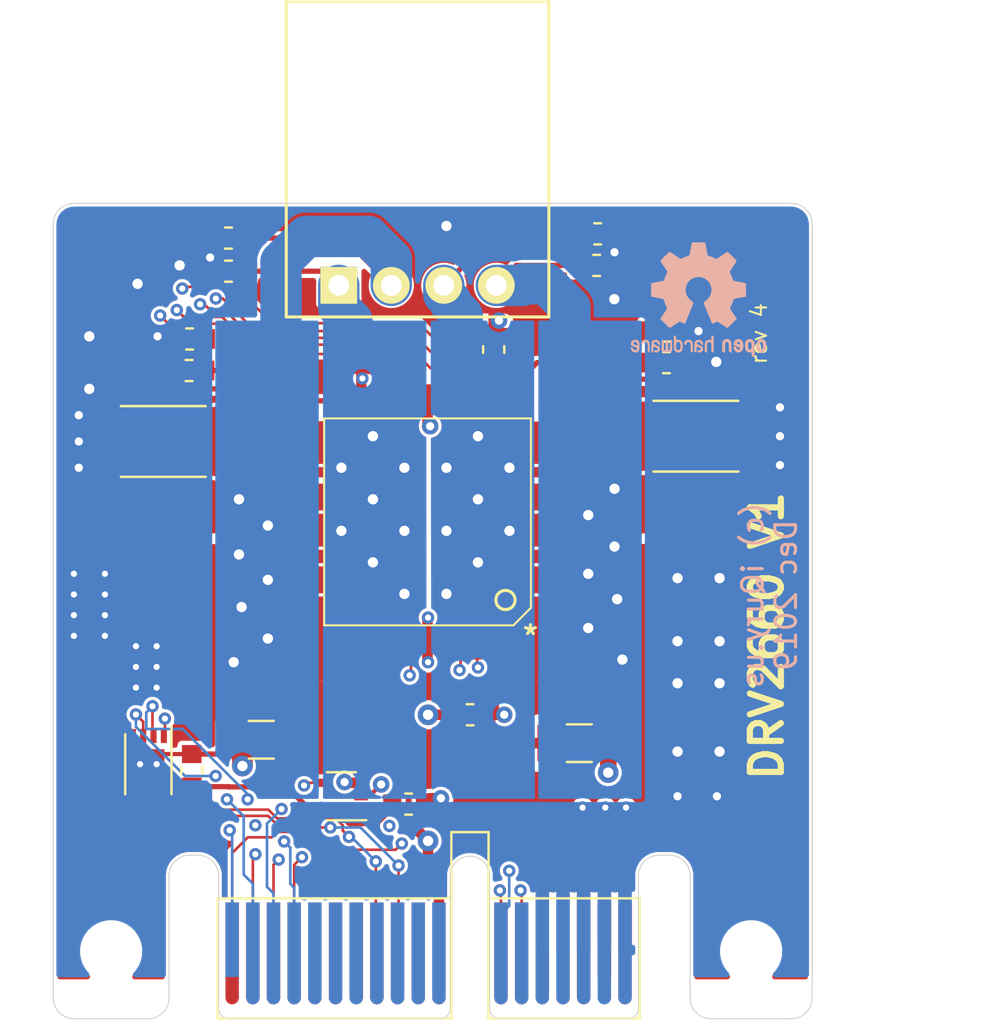
<source format=kicad_pcb>
(kicad_pcb (version 20191123) (host pcbnew "5.99.0-unknown-d20d310~86~ubuntu19.10.1")
  (layers (0 "F.Cu" signal) (1 "In1.Cu" signal) (2 "In2.Cu" signal) (31 "B.Cu" signal) (34 "B.Paste" user) (35 "F.Paste" user) (36 "B.SilkS" user) (37 "F.SilkS" user) (38 "B.Mask" user) (39 "F.Mask" user) (44 "Edge.Cuts" user))
  (net 0 "")
  (net 1 "/V_MOTORS")
  (net 2 "GND")
  (net 3 "Net-(C4-Pad2)")
  (net 4 "Net-(C5-Pad2)")
  (net 5 "Net-(C7-Pad1)")
  (net 6 "/MOTA1")
  (net 7 "/MOTA2")
  (net 8 "/MOTB1")
  (net 9 "/MOTB2")
  (net 10 "Net-(C12-Pad1)")
  (net 11 "/MISO")
  (net 12 "/MOSI")
  (net 13 "/~CS")
  (net 14 "/~ENABLE")
  (net 15 "/DIR")
  (net 16 "/STEP")
  (net 17 "Net-(R1-Pad2)")
  (net 18 "Net-(R3-Pad2)")
  (net 19 "/SCK")
  (net 20 "/ALARM1")
  (net 21 "VCC")
  (net 22 "/DIAG")
  (net 23 "/ID_1")
  (net 24 "/ID_2")
  (net 25 "/ID_0")
  (net 26 "/SDA")
  (net 27 "/SCL")
  (module "PrntrBoardV2:TDFN-8-1EP_3x2mm_P0.5mm_EP1.56x1.45mm" (layer "F.Cu") (at 113.6 101.7 -90)
    (fp_text reference "U3" hide)
    (fp_text value "24LC02")
    (pad "9" smd rect (at 0 0 270) (size 1.45 1.56) (layers "F.Cu" "F.Mask") (net 2 "GND"))
    (pad "5" smd rect (at 1.36 0.75 270) (size 0.68 0.3) (layers "F.Cu" "F.Paste" "F.Mask") (net 26 "/SDA"))
    (pad "6" smd rect (at 1.36 0.25 270) (size 0.68 0.3) (layers "F.Cu" "F.Paste" "F.Mask") (net 27 "/SCL"))
    (pad "7" smd rect (at 1.36 -0.25 270) (size 0.68 0.3) (layers "F.Cu" "F.Paste" "F.Mask") (net 2 "GND"))
    (pad "8" smd rect (at 1.36 -0.75 270) (size 0.68 0.3) (layers "F.Cu" "F.Paste" "F.Mask") (net 21 "VCC"))
    (pad "4" smd rect (at -1.36 0.75 270) (size 0.68 0.3) (layers "F.Cu" "F.Paste" "F.Mask") (net 2 "GND"))
    (pad "3" smd rect (at -1.36 0.25 270) (size 0.68 0.3) (layers "F.Cu" "F.Paste" "F.Mask") (net 24 "/ID_2"))
    (pad "2" smd rect (at -1.36 -0.25 270) (size 0.68 0.3) (layers "F.Cu" "F.Paste" "F.Mask") (net 23 "/ID_1"))
    (pad "1" smd rect (at -1.36 -0.75 270) (size 0.68 0.3) (layers "F.Cu" "F.Paste" "F.Mask") (net 25 "/ID_0"))
  )
  (module "PrntrBoardV2:C_0603_1608Metric" (layer "F.Cu") (at 115.7 102 90)
    (fp_text reference "C14" hide)
    (fp_text value "0.1uF")
    (pad "2" smd rect (at 0.7875 0 90) (size 0.875 0.95) (layers "F.Cu" "F.Paste" "F.Mask") (net 2 "GND"))
    (pad "1" smd rect (at -0.7875 0 90) (size 0.875 0.95) (layers "F.Cu" "F.Paste" "F.Mask") (net 21 "VCC"))
  )
  (module "Resistor_SMD:R_2512_6332Metric" (layer "F.Cu") (at 140.081 85.852)
    (fp_text reference "R4" hide)
    (fp_text value "0R051")
    (pad "2" smd roundrect (at 2.9 0) (size 1.35 3.35) (layers "F.Cu" "F.Paste" "F.Mask") (roundrect_rratio 0.185185) (net 2 "GND"))
    (pad "1" smd roundrect (at -2.9 0) (size 1.35 3.35) (layers "F.Cu" "F.Paste" "F.Mask") (roundrect_rratio 0.185185) (net 18 "Net-(R3-Pad2)"))
  )
  (module "Resistor_SMD:R_2512_6332Metric" (layer "F.Cu") (at 114.321 86.106 180)
    (fp_text reference "R2" hide)
    (fp_text value "0R051")
    (pad "2" smd roundrect (at 2.9 0 180) (size 1.35 3.35) (layers "F.Cu" "F.Paste" "F.Mask") (roundrect_rratio 0.185185) (net 2 "GND"))
    (pad "1" smd roundrect (at -2.9 0 180) (size 1.35 3.35) (layers "F.Cu" "F.Paste" "F.Mask") (roundrect_rratio 0.185185) (net 17 "Net-(R1-Pad2)"))
  )
  (module "Symbol:OSHW-Logo2_7.3x6mm_SilkScreen" (layer "B.Cu") (at 140.208 79.248 180)
    (fp_text reference "LOGO1" hide)
    (fp_text value "Logo_Open_Hardware_Large" hide)
  )
  (module "Package_TO_SOT_SMD:SOT-353_SC-70-5" (layer "F.Cu") (at 122.936 103.251 180)
    (fp_text reference "U2" hide)
    (fp_text value "74LVC1G06")
    (pad "5" smd rect (at 0.95 -0.65 180) (size 0.65 0.4) (layers "F.Cu" "F.Paste" "F.Mask") (net 21 "VCC"))
    (pad "4" smd rect (at 0.95 0.65 180) (size 0.65 0.4) (layers "F.Cu" "F.Paste" "F.Mask") (net 20 "/ALARM1"))
    (pad "2" smd rect (at -0.95 0 180) (size 0.65 0.4) (layers "F.Cu" "F.Paste" "F.Mask") (net 22 "/DIAG"))
    (pad "3" smd rect (at -0.95 0.65 180) (size 0.65 0.4) (layers "F.Cu" "F.Paste" "F.Mask") (net 2 "GND"))
    (pad "1" smd rect (at -0.95 -0.65 180) (size 0.65 0.4) (layers "F.Cu" "F.Paste" "F.Mask"))
  )
  (module "PrntrBoardV2:C_0603_1608Metric" (layer "F.Cu") (at 126.1872 103.632)
    (fp_text reference "C3" hide)
    (fp_text value "0.1uF")
    (pad "1" smd rect (at -0.7875 0) (size 0.875 0.95) (layers "F.Cu" "F.Paste" "F.Mask") (net 21 "VCC"))
    (pad "2" smd rect (at 0.7875 0) (size 0.875 0.95) (layers "F.Cu" "F.Paste" "F.Mask") (net 2 "GND"))
  )
  (module "MountingHole:MountingHole_2.7mm_M2.5" (layer "F.Cu") (at 142.75 110.744)
    (fp_text reference "H2" hide)
    (fp_text value "MountingHole")
    (pad "1" np_thru_hole circle (at 0 0) (size 2.7 2.7) (drill 2.7) (layers *.Cu *.Mask))
  )
  (module "MountingHole:MountingHole_2.7mm_M2.5" (layer "F.Cu") (at 111.8 110.744)
    (fp_text reference "H1" hide)
    (fp_text value "MountingHole")
    (pad "1" np_thru_hole circle (at 0 0) (size 2.7 2.7) (drill 2.7) (layers *.Cu *.Mask))
  )
  (module "PrntrBoardV2:Fiducial_1mm_Dia_2.54mm_Outer_CopperTop" (layer "F.Cu") (at 143.764 104.648)
    (fp_text reference "FID4" hide)
    (fp_text value "Fiducial")
    (pad "~" smd rect (at 0 0) (size 3 0.127) (layers "F.Cu" "F.Mask"))
    (pad "~" smd rect (at 0 0) (size 0.127 3) (layers "F.Cu" "F.Mask"))
  )
  (module "PrntrBoardV2:Fiducial_1mm_Dia_2.54mm_Outer_CopperTop" (layer "F.Cu") (at 143.764 76.454)
    (fp_text reference "FID3" hide)
    (fp_text value "Fiducial")
    (pad "~" smd rect (at 0 0) (size 3 0.127) (layers "F.Cu" "F.Mask"))
    (pad "~" smd rect (at 0 0) (size 0.127 3) (layers "F.Cu" "F.Mask"))
  )
  (module "PrntrBoardV2:Fiducial_1mm_Dia_2.54mm_Outer_CopperTop" (layer "F.Cu") (at 110.744 104.394)
    (fp_text reference "FID2" hide)
    (fp_text value "Fiducial")
    (pad "~" smd rect (at 0 0) (size 3 0.127) (layers "F.Cu" "F.Mask"))
    (pad "~" smd rect (at 0 0) (size 0.127 3) (layers "F.Cu" "F.Mask"))
  )
  (module "PrntrBoardV2:Fiducial_1mm_Dia_2.54mm_Outer_CopperTop" (layer "F.Cu") (at 110.744 76.454)
    (fp_text reference "FID1" hide)
    (fp_text value "Fiducial")
    (pad "~" smd rect (at 0 0) (size 3 0.127) (layers "F.Cu" "F.Mask"))
    (pad "~" smd rect (at 0 0) (size 0.127 3) (layers "F.Cu" "F.Mask"))
  )
  (module "PrntrBoardV2:Molex-SL-4POS" (layer "F.Cu") (at 126.619 78.5622 180)
    (fp_text reference "J2" hide)
    (fp_text value "Conn_01x04_Male" hide)
    (pad "4" thru_hole circle (at -3.81 0 180) (size 1.778 1.778) (drill 1) (layers *.Cu *.Mask "F.SilkS") (net 6 "/MOTA1"))
    (pad "3" thru_hole circle (at -1.27 0 180) (size 1.778 1.778) (drill 1) (layers *.Cu *.Mask "F.SilkS") (net 7 "/MOTA2"))
    (pad "2" thru_hole circle (at 1.27 0 180) (size 1.778 1.778) (drill 1) (layers *.Cu *.Mask "F.SilkS") (net 8 "/MOTB1"))
    (pad "1" thru_hole rect (at 3.81 0 180) (size 1.778 1.778) (drill 1) (layers *.Cu *.Mask "F.SilkS") (net 9 "/MOTB2"))
  )
  (module "Connector_PCBEdge:BUS_PCIexpress" (layer "F.Cu") (at 117.6528 110.1852)
    (fp_text reference "J1" hide)
    (fp_text value "PCIe_Stepper")
    (pad "" connect oval (at 1 2.8 90) (size 0.65 0.65) (layers "B.Cu" "B.Mask"))
    (pad "" connect oval (at 19 2.8 90) (size 0.65 0.65) (layers "B.Cu" "B.Mask"))
    (pad "" connect oval (at 18 2.8 90) (size 0.65 0.65) (layers "B.Cu" "B.Mask"))
    (pad "" connect oval (at 13 2.8 90) (size 0.65 0.65) (layers "B.Cu" "B.Mask"))
    (pad "" connect oval (at 10 2.8 90) (size 0.65 0.65) (layers "B.Cu" "B.Mask"))
    (pad "" connect oval (at 17 2.8 90) (size 0.65 0.65) (layers "B.Cu" "B.Mask"))
    (pad "" connect oval (at 14 2.8 90) (size 0.65 0.65) (layers "B.Cu" "B.Mask"))
    (pad "" connect oval (at 2 2.8 90) (size 0.65 0.65) (layers "B.Cu" "B.Mask"))
    (pad "" connect oval (at 16 2.8 90) (size 0.65 0.65) (layers "B.Cu" "B.Mask"))
    (pad "" connect oval (at 15 2.8 90) (size 0.65 0.65) (layers "B.Cu" "B.Mask"))
    (pad "" connect oval (at 9 2.8 90) (size 0.65 0.65) (layers "B.Cu" "B.Mask"))
    (pad "" connect oval (at 8 2.8 90) (size 0.65 0.65) (layers "B.Cu" "B.Mask"))
    (pad "" connect oval (at 7 2.8 90) (size 0.65 0.65) (layers "B.Cu" "B.Mask"))
    (pad "" connect oval (at 6 2.8 90) (size 0.65 0.65) (layers "B.Cu" "B.Mask"))
    (pad "" connect oval (at 5 2.8 90) (size 0.65 0.65) (layers "B.Cu" "B.Mask"))
    (pad "" connect oval (at 4 2.8 90) (size 0.65 0.65) (layers "B.Cu" "B.Mask"))
    (pad "" connect oval (at 3 2.8 90) (size 0.65 0.65) (layers "B.Cu" "B.Mask"))
    (pad "" connect circle (at 1 2.8) (size 0.65 0.65) (layers "F.Cu" "F.Mask"))
    (pad "" connect circle (at 17 2.8) (size 0.65 0.65) (layers "F.Cu" "F.Mask"))
    (pad "" connect circle (at 16 2.8) (size 0.65 0.65) (layers "F.Cu" "F.Mask"))
    (pad "" connect circle (at 15 2.8) (size 0.65 0.65) (layers "F.Cu" "F.Mask"))
    (pad "" connect circle (at 14 2.8) (size 0.65 0.65) (layers "F.Cu" "F.Mask"))
    (pad "" connect circle (at 13 2.8) (size 0.65 0.65) (layers "F.Cu" "F.Mask"))
    (pad "" connect circle (at 0 2.8) (size 0.65 0.65) (layers "F.Cu" "F.Mask"))
    (pad "" connect circle (at 10 2.8) (size 0.65 0.65) (layers "F.Cu" "F.Mask"))
    (pad "" connect circle (at 9 2.8) (size 0.65 0.65) (layers "F.Cu" "F.Mask"))
    (pad "" connect circle (at 8 2.8) (size 0.65 0.65) (layers "F.Cu" "F.Mask"))
    (pad "" connect circle (at 7 2.8) (size 0.65 0.65) (layers "F.Cu" "F.Mask"))
    (pad "" connect circle (at 6 2.8) (size 0.65 0.65) (layers "F.Cu" "F.Mask"))
    (pad "" connect circle (at 5 2.8) (size 0.65 0.65) (layers "F.Cu" "F.Mask"))
    (pad "" connect circle (at 4 2.8) (size 0.65 0.65) (layers "F.Cu" "F.Mask"))
    (pad "" connect circle (at 3 2.8) (size 0.65 0.65) (layers "F.Cu" "F.Mask"))
    (pad "" connect circle (at 2 2.8) (size 0.65 0.65) (layers "F.Cu" "F.Mask"))
    (pad "A13" connect rect (at 14 0.5) (size 0.65 4.6) (layers "B.Cu" "B.Mask"))
    (pad "A12" connect rect (at 13 0.5) (size 0.65 4.6) (layers "B.Cu" "B.Mask") (net 23 "/ID_1"))
    (pad "A18" connect rect (at 19 0.5) (size 0.65 4.6) (layers "B.Cu" "B.Mask") (net 2 "GND"))
    (pad "A17" connect rect (at 18 0.5) (size 0.65 4.6) (layers "B.Cu" "B.Mask") (net 2 "GND"))
    (pad "A16" connect rect (at 17 0.5) (size 0.65 4.6) (layers "B.Cu" "B.Mask") (net 2 "GND"))
    (pad "A15" connect rect (at 16 0.5) (size 0.65 4.6) (layers "B.Cu" "B.Mask") (net 2 "GND"))
    (pad "A14" connect rect (at 15 0.5) (size 0.65 4.6) (layers "B.Cu" "B.Mask") (net 2 "GND"))
    (pad "A11" connect rect (at 10 0.5) (size 0.65 4.6) (layers "B.Cu" "B.Mask"))
    (pad "A10" connect rect (at 9 0.5) (size 0.65 4.6) (layers "B.Cu" "B.Mask"))
    (pad "A9" connect rect (at 8 0.5) (size 0.65 4.6) (layers "B.Cu" "B.Mask"))
    (pad "A8" connect rect (at 7 0.5) (size 0.65 4.6) (layers "B.Cu" "B.Mask"))
    (pad "A7" connect rect (at 6 0.5) (size 0.65 4.6) (layers "B.Cu" "B.Mask"))
    (pad "A6" connect rect (at 5 0.5) (size 0.65 4.6) (layers "B.Cu" "B.Mask"))
    (pad "A5" connect rect (at 4 0.5) (size 0.65 4.6) (layers "B.Cu" "B.Mask"))
    (pad "A4" connect rect (at 3 0.5) (size 0.65 4.6) (layers "B.Cu" "B.Mask") (net 19 "/SCK"))
    (pad "A3" connect rect (at 2 0.5) (size 0.65 4.6) (layers "B.Cu" "B.Mask") (net 11 "/MISO"))
    (pad "A2" connect rect (at 1 0.5) (size 0.65 4.6) (layers "B.Cu" "B.Mask") (net 12 "/MOSI"))
    (pad "A1" connect rect (at 0 0) (size 0.65 3.6) (layers "B.Cu" "B.Mask") (net 13 "/~CS"))
    (pad "B13" connect rect (at 14 0.5) (size 0.65 4.6) (layers "F.Cu" "F.Mask") (net 24 "/ID_2"))
    (pad "B12" connect rect (at 13 0.5) (size 0.65 4.6) (layers "F.Cu" "F.Mask") (net 25 "/ID_0"))
    (pad "B18" connect rect (at 19 0.5) (size 0.65 4.6) (layers "F.Cu" "F.Mask") (net 1 "/V_MOTORS"))
    (pad "B17" connect rect (at 18 0) (size 0.65 3.6) (layers "F.Cu" "F.Mask") (net 1 "/V_MOTORS"))
    (pad "B16" connect rect (at 17 0.5) (size 0.65 4.6) (layers "F.Cu" "F.Mask") (net 1 "/V_MOTORS"))
    (pad "B15" connect rect (at 16 0.5) (size 0.65 4.6) (layers "F.Cu" "F.Mask") (net 1 "/V_MOTORS"))
    (pad "B14" connect rect (at 15 0.5) (size 0.65 4.6) (layers "F.Cu" "F.Mask") (net 1 "/V_MOTORS"))
    (pad "B11" connect rect (at 10 0.5) (size 0.65 4.6) (layers "F.Cu" "F.Mask") (net 21 "VCC"))
    (pad "B10" connect rect (at 9 0.5) (size 0.65 4.6) (layers "F.Cu" "F.Mask"))
    (pad "B9" connect rect (at 8 0.5) (size 0.65 4.6) (layers "F.Cu" "F.Mask") (net 26 "/SDA"))
    (pad "B8" connect rect (at 7 0.5) (size 0.65 4.6) (layers "F.Cu" "F.Mask") (net 27 "/SCL"))
    (pad "B7" connect rect (at 6 0.5) (size 0.65 4.6) (layers "F.Cu" "F.Mask"))
    (pad "B6" connect rect (at 5 0.5) (size 0.65 4.6) (layers "F.Cu" "F.Mask"))
    (pad "B5" connect rect (at 4 0.5) (size 0.65 4.6) (layers "F.Cu" "F.Mask"))
    (pad "B4" connect rect (at 3 0.5) (size 0.65 4.6) (layers "F.Cu" "F.Mask") (net 20 "/ALARM1"))
    (pad "B3" connect rect (at 2 0.5) (size 0.65 4.6) (layers "F.Cu" "F.Mask") (net 14 "/~ENABLE"))
    (pad "B2" connect rect (at 1 0.5) (size 0.65 4.6) (layers "F.Cu" "F.Mask") (net 15 "/DIR"))
    (pad "B1" connect rect (at 0 0.5) (size 0.65 4.6) (layers "F.Cu" "F.Mask") (net 16 "/STEP"))
    (pad "" connect circle (at 19 2.8) (size 0.65 0.65) (layers "F.Cu" "F.Mask"))
  )
  (module "PrntrBoardV2:TMC2660" (layer "F.Cu") (at 127.1016 89.9922 180)
    (fp_text reference "U1" hide)
    (fp_text value "TMC2660" hide)
    (pad "1" smd rect (at -5.85 -4 270) (size 0.5 1.6) (layers "F.Cu" "F.Paste" "F.Mask") (net 1 "/V_MOTORS"))
    (pad "2.3" smd rect (at -5.85 -2.8 270) (size 1.3 1.6) (layers "F.Cu" "F.Paste" "F.Mask") (net 6 "/MOTA1"))
    (pad "5.6" smd rect (at -5.85 -0.4 270) (size 1.3 1.6) (layers "F.Cu" "F.Paste" "F.Mask") (net 7 "/MOTA2"))
    (pad "7.8" smd rect (at -5.85 1.2 270) (size 1.3 1.6) (layers "F.Cu" "F.Paste" "F.Mask") (net 6 "/MOTA1"))
    (pad "10.1" smd rect (at -5.85 3.6 270) (size 1.3 1.6) (layers "F.Cu" "F.Paste" "F.Mask") (net 7 "/MOTA2"))
    (pad "23.4" smd rect (at 5.85 3.6 270) (size 1.3 1.6) (layers "F.Cu" "F.Paste" "F.Mask") (net 9 "/MOTB2"))
    (pad "26.7" smd rect (at 5.85 1.2 270) (size 1.3 1.6) (layers "F.Cu" "F.Paste" "F.Mask") (net 8 "/MOTB1"))
    (pad "28.9" smd rect (at 5.85 -0.4 270) (size 1.3 1.6) (layers "F.Cu" "F.Paste" "F.Mask") (net 9 "/MOTB2"))
    (pad "31.2" smd rect (at 5.85 -2.8 270) (size 1.3 1.6) (layers "F.Cu" "F.Paste" "F.Mask") (net 8 "/MOTB1"))
    (pad "4" smd rect (at -5.85 -1.6 270) (size 0.5 1.6) (layers "F.Cu" "F.Paste" "F.Mask") (net 1 "/V_MOTORS"))
    (pad "9" smd rect (at -5.85 2.4 270) (size 0.5 1.6) (layers "F.Cu" "F.Paste" "F.Mask") (net 18 "Net-(R3-Pad2)"))
    (pad "25" smd rect (at 5.85 2.4 270) (size 0.5 1.6) (layers "F.Cu" "F.Paste" "F.Mask") (net 17 "Net-(R1-Pad2)"))
    (pad "30" smd rect (at 5.85 -1.6 270) (size 0.5 1.6) (layers "F.Cu" "F.Paste" "F.Mask") (net 1 "/V_MOTORS"))
    (pad "33" smd rect (at 5.85 -4 270) (size 0.5 1.6) (layers "F.Cu" "F.Paste" "F.Mask") (net 1 "/V_MOTORS"))
    (pad "12" smd rect (at -4 5.85 180) (size 0.5 1.6) (layers "F.Cu" "F.Paste" "F.Mask") (net 10 "Net-(C12-Pad1)"))
    (pad "13" smd rect (at -3.2 5.85 180) (size 0.5 1.6) (layers "F.Cu" "F.Paste" "F.Mask") (net 4 "Net-(C5-Pad2)"))
    (pad "14" smd rect (at -2.4 5.85 180) (size 0.5 1.6) (layers "F.Cu" "F.Paste" "F.Mask") (net 12 "/MOSI"))
    (pad "15" smd rect (at -1.6 5.85 180) (size 0.5 1.6) (layers "F.Cu" "F.Paste" "F.Mask") (net 11 "/MISO"))
    (pad "16" smd rect (at -0.8 5.85 180) (size 0.5 1.6) (layers "F.Cu" "F.Paste" "F.Mask") (net 19 "/SCK"))
    (pad "17" smd rect (at 0 5.85 180) (size 0.5 1.6) (layers "F.Cu" "F.Paste" "F.Mask") (net 2 "GND"))
    (pad "18" smd rect (at 0.8 5.85 180) (size 0.5 1.6) (layers "F.Cu" "F.Paste" "F.Mask") (net 13 "/~CS"))
    (pad "19" smd rect (at 1.6 5.85 180) (size 0.5 1.6) (layers "F.Cu" "F.Paste" "F.Mask") (net 14 "/~ENABLE"))
    (pad "20" smd rect (at 2.4 5.85 180) (size 0.5 1.6) (layers "F.Cu" "F.Paste" "F.Mask"))
    (pad "21" smd rect (at 3.2 5.85 180) (size 0.5 1.6) (layers "F.Cu" "F.Paste" "F.Mask") (net 2 "GND"))
    (pad "22" smd rect (at 4 5.85 180) (size 0.5 1.6) (layers "F.Cu" "F.Paste" "F.Mask") (net 5 "Net-(C7-Pad1)"))
    (pad "34" smd rect (at 4 -5.85 180) (size 0.5 1.6) (layers "F.Cu" "F.Paste" "F.Mask"))
    (pad "35" smd rect (at 3.2 -5.85 180) (size 0.5 1.6) (layers "F.Cu" "F.Paste" "F.Mask") (net 3 "Net-(C4-Pad2)"))
    (pad "36" smd rect (at 2.4 -5.85 180) (size 0.5 1.6) (layers "F.Cu" "F.Paste" "F.Mask") (net 1 "/V_MOTORS"))
    (pad "37" smd rect (at 1.6 -5.85 180) (size 0.5 1.6) (layers "F.Cu" "F.Paste" "F.Mask"))
    (pad "38" smd rect (at 0.8 -5.85 180) (size 0.5 1.6) (layers "F.Cu" "F.Paste" "F.Mask") (net 22 "/DIAG"))
    (pad "39" smd rect (at 0 -5.85 180) (size 0.5 1.6) (layers "F.Cu" "F.Paste" "F.Mask") (net 2 "GND"))
    (pad "40" smd rect (at -0.8 -5.85 180) (size 0.5 1.6) (layers "F.Cu" "F.Paste" "F.Mask") (net 21 "VCC"))
    (pad "41" smd rect (at -1.6 -5.85 180) (size 0.5 1.6) (layers "F.Cu" "F.Paste" "F.Mask") (net 15 "/DIR"))
    (pad "42" smd rect (at -2.4 -5.85 180) (size 0.5 1.6) (layers "F.Cu" "F.Paste" "F.Mask") (net 16 "/STEP"))
    (pad "43" smd rect (at -3.2 -5.85 180) (size 0.5 1.6) (layers "F.Cu" "F.Paste" "F.Mask") (net 2 "GND"))
    (pad "44" smd rect (at -4 -5.85 180) (size 0.5 1.6) (layers "F.Cu" "F.Paste" "F.Mask") (net 2 "GND"))
  )
  (module "PrntrBoardV2:R_0603_1608Metric" (layer "F.Cu") (at 138.6585 82.296)
    (fp_text reference "R3" hide)
    (fp_text value "22R")
    (pad "1" smd rect (at -0.7875 0) (size 0.875 0.95) (layers "F.Cu" "F.Paste" "F.Mask") (net 10 "Net-(C12-Pad1)"))
    (pad "2" smd rect (at 0.7875 0) (size 0.875 0.95) (layers "F.Cu" "F.Paste" "F.Mask") (net 18 "Net-(R3-Pad2)"))
  )
  (module "PrntrBoardV2:R_0603_1608Metric" (layer "F.Cu") (at 115.57 82.677 180)
    (fp_text reference "R1" hide)
    (fp_text value "22R")
    (pad "1" smd rect (at -0.7875 0 180) (size 0.875 0.95) (layers "F.Cu" "F.Paste" "F.Mask") (net 5 "Net-(C7-Pad1)"))
    (pad "2" smd rect (at 0.7875 0 180) (size 0.875 0.95) (layers "F.Cu" "F.Paste" "F.Mask") (net 17 "Net-(R1-Pad2)"))
  )
  (module "PrntrBoardV2:C_0603_1608Metric" (layer "F.Cu") (at 138.684 80.772)
    (fp_text reference "C12" hide)
    (fp_text value "0.01uF")
    (pad "1" smd rect (at -0.7875 0) (size 0.875 0.95) (layers "F.Cu" "F.Paste" "F.Mask") (net 10 "Net-(C12-Pad1)"))
    (pad "2" smd rect (at 0.7875 0) (size 0.875 0.95) (layers "F.Cu" "F.Paste" "F.Mask") (net 2 "GND"))
  )
  (module "PrntrBoardV2:C_0603_1608Metric" (layer "F.Cu") (at 117.4749 77.8764)
    (fp_text reference "C11" hide)
    (fp_text value "1000pF")
    (pad "1" smd rect (at -0.7875 0) (size 0.875 0.95) (layers "F.Cu" "F.Paste" "F.Mask") (net 2 "GND"))
    (pad "2" smd rect (at 0.7875 0) (size 0.875 0.95) (layers "F.Cu" "F.Paste" "F.Mask") (net 9 "/MOTB2"))
  )
  (module "PrntrBoardV2:C_0603_1608Metric" (layer "F.Cu") (at 117.4749 76.2762)
    (fp_text reference "C10" hide)
    (fp_text value "1000pF")
    (pad "1" smd rect (at -0.7875 0) (size 0.875 0.95) (layers "F.Cu" "F.Paste" "F.Mask") (net 2 "GND"))
    (pad "2" smd rect (at 0.7875 0) (size 0.875 0.95) (layers "F.Cu" "F.Paste" "F.Mask") (net 8 "/MOTB1"))
  )
  (module "PrntrBoardV2:C_0603_1608Metric" (layer "F.Cu") (at 135.3311 76.073 180)
    (fp_text reference "C9" hide)
    (fp_text value "1000pF")
    (pad "1" smd rect (at -0.7875 0 180) (size 0.875 0.95) (layers "F.Cu" "F.Paste" "F.Mask") (net 2 "GND"))
    (pad "2" smd rect (at 0.7875 0 180) (size 0.875 0.95) (layers "F.Cu" "F.Paste" "F.Mask") (net 7 "/MOTA2"))
  )
  (module "PrntrBoardV2:C_0603_1608Metric" (layer "F.Cu") (at 135.2805 77.597 180)
    (fp_text reference "C8" hide)
    (fp_text value "1000pF")
    (pad "1" smd rect (at -0.7875 0 180) (size 0.875 0.95) (layers "F.Cu" "F.Paste" "F.Mask") (net 2 "GND"))
    (pad "2" smd rect (at 0.7875 0 180) (size 0.875 0.95) (layers "F.Cu" "F.Paste" "F.Mask") (net 6 "/MOTA1"))
  )
  (module "PrntrBoardV2:C_0603_1608Metric" (layer "F.Cu") (at 115.5955 81.153 180)
    (fp_text reference "C7" hide)
    (fp_text value "0.01uF")
    (pad "1" smd rect (at -0.7875 0 180) (size 0.875 0.95) (layers "F.Cu" "F.Paste" "F.Mask") (net 5 "Net-(C7-Pad1)"))
    (pad "2" smd rect (at 0.7875 0 180) (size 0.875 0.95) (layers "F.Cu" "F.Paste" "F.Mask") (net 2 "GND"))
  )
  (module "PrntrBoardV2:C_0603_1608Metric" (layer "F.Cu") (at 129.159 99.314)
    (fp_text reference "C6" hide)
    (fp_text value "0.1uF")
    (pad "1" smd rect (at -0.7875 0) (size 0.875 0.95) (layers "F.Cu" "F.Paste" "F.Mask") (net 21 "VCC"))
    (pad "2" smd rect (at 0.7875 0) (size 0.875 0.95) (layers "F.Cu" "F.Paste" "F.Mask") (net 2 "GND"))
  )
  (module "PrntrBoardV2:C_0603_1608Metric" (layer "F.Cu") (at 130.302 81.661 -90)
    (fp_text reference "C5" hide)
    (fp_text value "0.47uF")
    (pad "1" smd rect (at -0.7875 0 270) (size 0.875 0.95) (layers "F.Cu" "F.Paste" "F.Mask") (net 2 "GND"))
    (pad "2" smd rect (at 0.7875 0 270) (size 0.875 0.95) (layers "F.Cu" "F.Paste" "F.Mask") (net 4 "Net-(C5-Pad2)"))
  )
  (module "PrntrBoardV2:C_0402_1005Metric" (layer "F.Cu") (at 124.333 98.552 180)
    (fp_text reference "C4" hide)
    (fp_text value "0.1uF 50V")
    (pad "1" smd rect (at -0.485 0 180) (size 0.59 0.64) (layers "F.Cu" "F.Paste" "F.Mask") (net 1 "/V_MOTORS"))
    (pad "2" smd rect (at 0.485 0 180) (size 0.59 0.64) (layers "F.Cu" "F.Paste" "F.Mask") (net 3 "Net-(C4-Pad2)"))
  )
  (module "PrntrBoardV2:C_1206_3216Metric" (layer "F.Cu") (at 119.0595 100.5205 180)
    (fp_text reference "C2" hide)
    (fp_text value "10uF 50V")
    (pad "1" smd rect (at -1.4 0 180) (size 1.25 1.75) (layers "F.Cu" "F.Paste" "F.Mask") (net 1 "/V_MOTORS"))
    (pad "2" smd rect (at 1.4 0 180) (size 1.25 1.75) (layers "F.Cu" "F.Paste" "F.Mask") (net 2 "GND"))
  )
  (module "PrntrBoardV2:C_1206_3216Metric" (layer "F.Cu") (at 134.4422 100.6856)
    (fp_text reference "C1" hide)
    (fp_text value "10uF 50V")
    (pad "1" smd rect (at -1.4 0) (size 1.25 1.75) (layers "F.Cu" "F.Paste" "F.Mask") (net 1 "/V_MOTORS"))
    (pad "2" smd rect (at 1.4 0) (size 1.25 1.75) (layers "F.Cu" "F.Paste" "F.Mask") (net 2 "GND"))
  )
  (gr_arc (start 113.6 113) (end 113.6 114) (angle -90) (layer "Edge.Cuts") (width 0.05))
  (gr_arc (start 115.6 107.1) (end 114.6 107.1) (angle 90) (layer "Edge.Cuts") (width 0.05))
  (gr_arc (start 140.8 113) (end 139.8 113) (angle -90) (layer "Edge.Cuts") (width 0.05))
  (gr_arc (start 138.8 107.1) (end 139.8 107.1) (angle -90) (layer "Edge.Cuts") (width 0.05))
  (gr_line (start 109 113) (end 109 75.6) (layer "Edge.Cuts") (width 0.05))
  (gr_line (start 113.6 114) (end 110 114) (layer "Edge.Cuts") (width 0.05))
  (gr_line (start 114.6 107.1) (end 114.6 113) (layer "Edge.Cuts") (width 0.05))
  (gr_line (start 145.7 113) (end 145.7 75.6) (layer "Edge.Cuts") (width 0.05))
  (gr_line (start 140.8 114) (end 144.7 114) (layer "Edge.Cuts") (width 0.05))
  (gr_line (start 139.8 113) (end 139.8 107.1) (layer "Edge.Cuts") (width 0.05))
  (gr_arc (start 144.7 75.6) (end 145.7 75.6) (angle -90) (layer "Edge.Cuts") (width 0.05))
  (gr_text "*" (at 132.08 95.504) (layer "F.SilkS") (effects (font (size 1 1))))
  (gr_text "(c) iQury.us\nDec 2019" (at 143.637 93.535498 90) (layer "B.SilkS") (effects (font (size 1 1)) (justify mirror)))
  (gr_text "rev 4" (at 143.129 80.899 90) (layer "F.SilkS") (effects (font (size 0.75 0.75) (thickness 0.1))))
  (gr_text "DRV2660 V1" (at 143.51 95.504 90) (layer "F.SilkS") (effects (font (size 1.5 1.5) (thickness 0.3))))
  (gr_arc (start 110 75.6) (end 110 74.6) (angle -90) (layer "Edge.Cuts") (width 0.05))
  (gr_arc (start 144.7 113) (end 144.7 114) (angle -90) (layer "Edge.Cuts") (width 0.05))
  (gr_arc (start 110 113) (end 109 113) (angle -90) (layer "Edge.Cuts") (width 0.05))
  (gr_arc (start 116 107.1) (end 116 106.1) (angle 90) (layer "Edge.Cuts") (width 0.05))
  (gr_arc (start 138.3 107.1) (end 138.3 106.1) (angle -90) (layer "Edge.Cuts") (width 0.05))
  (gr_line (start 144.7 74.6) (end 110 74.6) (layer "Edge.Cuts") (width 0.05))
  (gr_arc (start 136.8 113.5) (end 136.8 114) (angle -90) (layer "Edge.Cuts") (width 0.05))
  (gr_arc (start 130.6 113.5) (end 130.1 113.5) (angle -90) (layer "Edge.Cuts") (width 0.05))
  (gr_arc (start 127.7 113.5) (end 127.7 113.999999) (angle -90) (layer "Edge.Cuts") (width 0.05))
  (gr_arc (start 117.5 113.5) (end 117 113.5) (angle -90) (layer "Edge.Cuts") (width 0.05))
  (gr_arc (start 129.15 107.1) (end 130.099999 107.1) (angle -180) (layer "Edge.Cuts") (width 0.05))
  (gr_line (start 117 107.1) (end 117 113.5) (layer "Edge.Cuts") (width 0.05))
  (gr_line (start 115.6 106.1) (end 116 106.1) (layer "Edge.Cuts") (width 0.05))
  (gr_line (start 138.3 106.1) (end 138.8 106.1) (layer "Edge.Cuts") (width 0.05))
  (gr_line (start 137.3 113.5) (end 137.3 107.1) (layer "Edge.Cuts") (width 0.05))
  (gr_line (start 130.6 114) (end 136.8 114) (layer "Edge.Cuts") (width 0.05))
  (gr_line (start 130.1 107.1) (end 130.1 113.5) (layer "Edge.Cuts") (width 0.05))
  (gr_line (start 128.2 113.5) (end 128.2 107.1) (layer "Edge.Cuts") (width 0.05))
  (gr_line (start 117.5 114) (end 127.7 114) (layer "Edge.Cuts") (width 0.05))
  (via (at 121.128995 102.728995) (size 0.6) (drill 0.3) (layers "F.Cu" "B.Cu") (net 20))
  (segment (start 121.986 102.601) (end 121.25699 102.601) (width 0.127) (layer "F.Cu") (net 20))
  (via (at 131.05241 106.85241) (size 0.6) (drill 0.3) (layers "F.Cu" "B.Cu") (net 23))
  (segment (start 130.6528 108.9472) (end 131.05241 108.54759) (width 0.127) (layer "B.Cu") (net 23))
  (segment (start 131.05241 108.54759) (end 131.05241 106.85241) (width 0.127) (layer "B.Cu") (net 23))
  (segment (start 130.6528 110.6852) (end 130.6528 108.9472) (width 0.254) (layer "B.Cu") (net 23))
  (via (at 118.150333 101.790154) (size 1) (drill 0.5) (layers "F.Cu" "B.Cu") (net 2))
  (segment (start 118.150333 101.011333) (end 118.150333 101.083048) (width 1) (layer "F.Cu") (net 2))
  (segment (start 116.430453 102.27159) (end 116.854717 102.27159) (width 0.127) (layer "B.Cu") (net 24))
  (segment (start 113 99.3) (end 113 99.9) (width 0.127) (layer "B.Cu") (net 24))
  (segment (start 113.500001 99.199999) (end 113.8 98.9) (width 0.127) (layer "B.Cu") (net 23))
  (segment (start 113 99.9) (end 115.37159 102.27159) (width 0.127) (layer "B.Cu") (net 24))
  (segment (start 115.252682 100.000001) (end 113.500001 100.000001) (width 0.127) (layer "B.Cu") (net 23))
  (segment (start 113.500001 100.000001) (end 113.500001 99.199999) (width 0.127) (layer "B.Cu") (net 23))
  (via (at 116.854717 102.27159) (size 0.6) (drill 0.3) (layers "F.Cu" "B.Cu") (net 24))
  (segment (start 115.37159 102.27159) (end 116.430453 102.27159) (width 0.127) (layer "B.Cu") (net 24))
  (segment (start 115.7 101.2125) (end 117.572679 101.2125) (width 0.254) (layer "F.Cu") (net 2))
  (segment (start 117.6595 100.5205) (end 118.150333 101.011333) (width 1) (layer "F.Cu") (net 2))
  (segment (start 118.150333 101.083048) (end 118.150333 101.790154) (width 1) (layer "F.Cu") (net 2))
  (segment (start 118.4 103.147319) (end 115.252682 100.000001) (width 0.127) (layer "B.Cu") (net 23))
  (segment (start 118.4 103.4) (end 118.4 103.147319) (width 0.127) (layer "B.Cu") (net 23))
  (segment (start 117.572679 101.2125) (end 118.150333 101.790154) (width 0.254) (layer "F.Cu") (net 2))
  (segment (start 117.5 102.8) (end 120.2935 102.7875) (width 0.254) (layer "F.Cu") (net 21))
  (segment (start 115.7 102.7875) (end 117.4875 102.7875) (width 0.254) (layer "F.Cu") (net 21))
  (segment (start 117.4875 102.7875) (end 117.5 102.8) (width 0.254) (layer "F.Cu") (net 21))
  (segment (start 118.6528 110.6852) (end 118.6528 107.4768) (width 0.127) (layer "B.Cu") (net 12))
  (segment (start 118.2116 107.0356) (end 118.2116 104.2116) (width 0.127) (layer "B.Cu") (net 12))
  (segment (start 118.2116 104.2116) (end 117.4 103.4) (width 0.127) (layer "B.Cu") (net 12))
  (segment (start 118.6528 107.4768) (end 118.2116 107.0356) (width 0.127) (layer "B.Cu") (net 12))
  (via (at 117.4 103.4) (size 0.6) (drill 0.3) (layers "F.Cu" "B.Cu") (net 12))
  (segment (start 113.8 98.9) (end 113.8 100.29) (width 0.127) (layer "F.Cu") (net 23))
  (segment (start 113.8 100.29) (end 113.85 100.34) (width 0.127) (layer "F.Cu") (net 23))
  (via (at 113.8 98.9) (size 0.6) (drill 0.3) (layers "F.Cu" "B.Cu") (net 23))
  (segment (start 113 99.3) (end 113.35 99.65) (width 0.127) (layer "F.Cu") (net 24))
  (segment (start 113.35 99.65) (end 113.35 100.34) (width 0.127) (layer "F.Cu") (net 24))
  (via (at 113 99.3) (size 0.6) (drill 0.3) (layers "F.Cu" "B.Cu") (net 24))
  (segment (start 121.407 103.901) (end 121.986 103.901) (width 0.254) (layer "F.Cu") (net 21))
  (segment (start 120.2935 102.7875) (end 121.407 103.901) (width 0.254) (layer "F.Cu") (net 21))
  (segment (start 113.523 104.2) (end 119.397502 104.2) (width 0.127) (layer "F.Cu") (net 26))
  (segment (start 121.975736 104.75982) (end 122.4 104.75982) (width 0.127) (layer "F.Cu") (net 26))
  (segment (start 119.823568 104.320722) (end 120.257874 104.320722) (width 0.127) (layer "F.Cu") (net 27))
  (segment (start 122.65066 104.30741) (end 123.000001 104.656751) (width 0.127) (layer "F.Cu") (net 27))
  (segment (start 120.257874 104.320722) (end 120.271186 104.30741) (width 0.127) (layer "F.Cu") (net 27))
  (segment (start 123.000001 104.912231) (end 123.3 105.21223) (width 0.127) (layer "F.Cu") (net 27))
  (via (at 120.040721 103.868321) (size 0.6) (drill 0.3) (layers "F.Cu" "B.Cu") (net 11))
  (segment (start 119.957322 104.75982) (end 121.975736 104.75982) (width 0.127) (layer "F.Cu") (net 26))
  (segment (start 119.402846 103.9) (end 119.823568 104.320722) (width 0.127) (layer "F.Cu") (net 27))
  (segment (start 123.000001 104.656751) (end 123.000001 104.912231) (width 0.127) (layer "F.Cu") (net 27))
  (segment (start 119.6528 110.6852) (end 119.6528 107.9434) (width 0.127) (layer "B.Cu") (net 11))
  (segment (start 119.338611 104.570431) (end 119.740722 104.16832) (width 0.127) (layer "B.Cu") (net 11))
  (segment (start 120.271186 104.30741) (end 122.65066 104.30741) (width 0.127) (layer "F.Cu") (net 27))
  (segment (start 119.397502 104.2) (end 119.957322 104.75982) (width 0.127) (layer "F.Cu") (net 26))
  (segment (start 112.85 103.527) (end 113.523 104.2) (width 0.127) (layer "F.Cu") (net 26))
  (segment (start 112.85 103.06) (end 112.85 103.527) (width 0.127) (layer "F.Cu") (net 26))
  (segment (start 119.740722 104.16832) (end 120.040721 103.868321) (width 0.127) (layer "B.Cu") (net 11))
  (segment (start 113.723 103.9) (end 119.402846 103.9) (width 0.127) (layer "F.Cu") (net 27))
  (segment (start 113.35 103.527) (end 113.723 103.9) (width 0.127) (layer "F.Cu") (net 27))
  (segment (start 113.35 103.06) (end 113.35 103.527) (width 0.127) (layer "F.Cu") (net 27))
  (segment (start 119.338611 107.629211) (end 119.338611 104.570431) (width 0.127) (layer "B.Cu") (net 11))
  (segment (start 119.6528 107.9434) (end 119.338611 107.629211) (width 0.127) (layer "B.Cu") (net 11))
  (segment (start 127.183766 103.34759) (end 127.749451 103.34759) (width 0.508) (layer "F.Cu") (net 2))
  (segment (start 126.9747 103.632) (end 126.9747 103.556656) (width 0.508) (layer "F.Cu") (net 2))
  (segment (start 126.9747 103.556656) (end 127.183766 103.34759) (width 0.508) (layer "F.Cu") (net 2))
  (via (at 127.749451 103.34759) (size 0.8) (drill 0.4) (layers "F.Cu" "B.Cu") (net 2))
  (segment (start 131.6528 107.8528) (end 131.6 107.8) (width 0.127) (layer "F.Cu") (net 24))
  (via (at 131.6 107.8) (size 0.6) (drill 0.3) (layers "F.Cu" "B.Cu") (net 24))
  (segment (start 131.6528 110.6852) (end 131.6528 107.8528) (width 0.127) (layer "F.Cu") (net 24))
  (via (at 118.4 103.4) (size 0.6) (drill 0.3) (layers "F.Cu" "B.Cu") (net 23))
  (segment (start 114.4 99.5) (end 114.4 100.29) (width 0.127) (layer "F.Cu") (net 25))
  (segment (start 114.4 100.29) (end 114.35 100.34) (width 0.127) (layer "F.Cu") (net 25))
  (via (at 114.4 99.5) (size 0.6) (drill 0.3) (layers "F.Cu" "B.Cu") (net 25))
  (segment (start 130.6528 107.8528) (end 130.6 107.8) (width 0.127) (layer "F.Cu") (net 25))
  (segment (start 130.6528 110.6852) (end 130.6528 107.8528) (width 0.127) (layer "F.Cu") (net 25))
  (via (at 130.6 107.8) (size 0.6) (drill 0.3) (layers "F.Cu" "B.Cu") (net 25))
  (segment (start 115.7 101.2125) (end 114.0875 101.2125) (width 0.2032) (layer "F.Cu") (net 2))
  (segment (start 114.0875 101.2125) (end 113.6 101.7) (width 0.2032) (layer "F.Cu") (net 2))
  (segment (start 113.85 103.06) (end 113.85 101.95) (width 0.2032) (layer "F.Cu") (net 2))
  (segment (start 113.85 101.95) (end 113.6 101.7) (width 0.2032) (layer "F.Cu") (net 2))
  (segment (start 112.85 100.34) (end 112.85 100.95) (width 0.2032) (layer "F.Cu") (net 2))
  (segment (start 112.85 100.95) (end 113.6 101.7) (width 0.2032) (layer "F.Cu") (net 2))
  (via (at 114 101.7) (size 0.6) (drill 0.3) (layers "F.Cu" "B.Cu") (net 2))
  (via (at 113.2 101.7) (size 0.6) (drill 0.3) (layers "F.Cu" "B.Cu") (net 2))
  (via (at 114 96) (size 0.6) (drill 0.3) (layers "F.Cu" "B.Cu") (net 2))
  (via (at 114 97) (size 0.6) (drill 0.3) (layers "F.Cu" "B.Cu") (net 2))
  (via (at 114 98) (size 0.6) (drill 0.3) (layers "F.Cu" "B.Cu") (net 2))
  (via (at 113 98) (size 0.6) (drill 0.3) (layers "F.Cu" "B.Cu") (net 2))
  (via (at 113 97) (size 0.6) (drill 0.3) (layers "F.Cu" "B.Cu") (net 2))
  (via (at 113 96) (size 0.6) (drill 0.3) (layers "F.Cu" "B.Cu") (net 2))
  (via (at 111.5 92.5) (size 0.6) (drill 0.3) (layers "F.Cu" "B.Cu") (net 2))
  (via (at 111.5 93.5) (size 0.6) (drill 0.3) (layers "F.Cu" "B.Cu") (net 2))
  (via (at 111.5 94.5) (size 0.6) (drill 0.3) (layers "F.Cu" "B.Cu") (net 2))
  (via (at 111.5 95.5) (size 0.6) (drill 0.3) (layers "F.Cu" "B.Cu") (net 2))
  (via (at 110 95.5) (size 0.6) (drill 0.3) (layers "F.Cu" "B.Cu") (net 2))
  (via (at 110 94.5) (size 0.6) (drill 0.3) (layers "F.Cu" "B.Cu") (net 2))
  (via (at 110 93.5) (size 0.6) (drill 0.3) (layers "F.Cu" "B.Cu") (net 2))
  (via (at 110 92.5) (size 0.6) (drill 0.3) (layers "F.Cu" "B.Cu") (net 2))
  (segment (start 125.7 106.6) (end 125.7 110.638) (width 0.127) (layer "F.Cu") (net 26))
  (segment (start 125.7 110.638) (end 125.6528 110.6852) (width 0.127) (layer "F.Cu") (net 26))
  (via (at 125.7 106.6) (size 0.6) (drill 0.3) (layers "F.Cu" "B.Cu") (net 26))
  (via (at 123.3 105.21223) (size 0.6) (drill 0.3) (layers "F.Cu" "B.Cu") (net 27))
  (segment (start 124.6 106.4) (end 123.41223 105.21223) (width 0.127) (layer "B.Cu") (net 27))
  (segment (start 123.41223 105.21223) (end 123.3 105.21223) (width 0.127) (layer "B.Cu") (net 27))
  (segment (start 122.4 104.75982) (end 123.85982 104.75982) (width 0.127) (layer "B.Cu") (net 26))
  (segment (start 123.85982 104.75982) (end 125.7 106.6) (width 0.127) (layer "B.Cu") (net 26))
  (segment (start 119.818487 104.975731) (end 119.557217 105.237001) (width 0.127) (layer "F.Cu") (net 16))
  (segment (start 125.857 105.537) (end 125.557001 105.836999) (width 0.127) (layer "F.Cu") (net 16))
  (segment (start 120.541713 104.975731) (end 119.818487 104.975731) (width 0.127) (layer "F.Cu") (net 16))
  (segment (start 118.409999 105.237001) (end 117.6528 105.9942) (width 0.127) (layer "F.Cu") (net 16))
  (segment (start 121.402981 105.836999) (end 120.541713 104.975731) (width 0.127) (layer "F.Cu") (net 16))
  (segment (start 117.6528 105.9942) (end 117.6528 108.2582) (width 0.127) (layer "F.Cu") (net 16))
  (segment (start 125.557001 105.836999) (end 121.402981 105.836999) (width 0.127) (layer "F.Cu") (net 16))
  (segment (start 117.6528 108.2582) (end 117.6528 110.6852) (width 0.127) (layer "F.Cu") (net 16))
  (segment (start 119.557217 105.237001) (end 118.409999 105.237001) (width 0.127) (layer "F.Cu") (net 16))
  (via (at 122.4 104.75982) (size 0.6) (drill 0.3) (layers "F.Cu" "B.Cu") (net 26))
  (via (at 118.77511 104.65241) (size 0.6) (drill 0.3) (layers "F.Cu" "B.Cu") (net 15))
  (segment (start 124.6 106.4) (end 124.6 110.6324) (width 0.127) (layer "F.Cu") (net 27))
  (segment (start 124.6 110.6324) (end 124.6528 110.6852) (width 0.127) (layer "F.Cu") (net 27))
  (via (at 124.6 106.4) (size 0.6) (drill 0.3) (layers "F.Cu" "B.Cu") (net 27))
  (segment (start 114.35 103.06) (end 115.4275 103.06) (width 0.254) (layer "F.Cu") (net 21))
  (segment (start 115.4275 103.06) (end 115.7 102.7875) (width 0.254) (layer "F.Cu") (net 21))
  (via (at 134.6 103.8) (size 0.6) (drill 0.3) (layers "F.Cu" "B.Cu") (net 2))
  (via (at 136.7 103.8) (size 0.6) (drill 0.3) (layers "F.Cu" "B.Cu") (net 2))
  (via (at 135.7 103.8) (size 0.6) (drill 0.3) (layers "F.Cu" "B.Cu") (net 2))
  (via (at 139.192 101.092) (size 1) (drill 0.5) (layers "F.Cu" "B.Cu") (net 2))
  (via (at 141.224 101.092) (size 1) (drill 0.5) (layers "F.Cu" "B.Cu") (net 2))
  (via (at 141.097 103.251) (size 0.8) (drill 0.4) (layers "F.Cu" "B.Cu") (net 2))
  (via (at 139.192 103.251) (size 0.8) (drill 0.4) (layers "F.Cu" "B.Cu") (net 2))
  (via (at 139.192 97.79) (size 1) (drill 0.5) (layers "F.Cu" "B.Cu") (net 2))
  (via (at 141.224 97.79) (size 1) (drill 0.5) (layers "F.Cu" "B.Cu") (net 2))
  (via (at 141.224 95.758) (size 1) (drill 0.5) (layers "F.Cu" "B.Cu") (net 2))
  (via (at 139.192 95.758) (size 1) (drill 0.5) (layers "F.Cu" "B.Cu") (net 2))
  (via (at 139.192 92.71) (size 1) (drill 0.5) (layers "F.Cu" "B.Cu") (net 2))
  (via (at 141.224 92.71) (size 1) (drill 0.5) (layers "F.Cu" "B.Cu") (net 2))
  (segment (start 123.886 103.251) (end 124.286374 103.251) (width 0.2032) (layer "F.Cu") (net 22))
  (via (at 124.858054 102.67932) (size 0.8) (drill 0.4) (layers "F.Cu" "B.Cu") (net 22))
  (segment (start 124.286374 103.251) (end 124.858054 102.67932) (width 0.2032) (layer "F.Cu") (net 22))
  (segment (start 125.3997 103.632) (end 125.3997 103.6827) (width 0.508) (layer "F.Cu") (net 21))
  (segment (start 125.3997 103.6827) (end 127.127 105.41) (width 0.508) (layer "F.Cu") (net 21))
  (segment (start 122.819 103.901) (end 123.361901 104.443901) (width 0.508) (layer "F.Cu") (net 21))
  (via (at 125.257457 104.683457) (size 0.6) (drill 0.3) (layers "F.Cu" "B.Cu") (net 15))
  (segment (start 121.986 103.901) (end 122.819 103.901) (width 0.508) (layer "F.Cu") (net 21))
  (segment (start 123.361901 104.443901) (end 124.587799 104.443901) (width 0.508) (layer "F.Cu") (net 21))
  (segment (start 124.587799 104.443901) (end 125.3997 103.632) (width 0.508) (layer "F.Cu") (net 21))
  (segment (start 123.1242 102.601) (end 123.0884 102.5652) (width 0.508) (layer "F.Cu") (net 2))
  (segment (start 123.886 102.601) (end 123.1242 102.601) (width 0.508) (layer "F.Cu") (net 2))
  (via (at 123.0884 102.5652) (size 0.8) (drill 0.4) (layers "F.Cu" "B.Cu") (net 2))
  (segment (start 123.9016 83.1084) (end 123.952 83.058) (width 0.127) (layer "F.Cu") (net 2))
  (segment (start 123.9016 84.1422) (end 123.9016 83.1084) (width 0.127) (layer "F.Cu") (net 2))
  (via (at 123.952 83.058) (size 0.6) (drill 0.3) (layers "F.Cu" "B.Cu") (net 2))
  (via (at 110.744 81.026) (size 1) (drill 0.5) (layers "F.Cu" "B.Cu") (net 2))
  (via (at 110.744 83.566) (size 1) (drill 0.5) (layers "F.Cu" "B.Cu") (net 2))
  (segment (start 134.65302 107.68498) (end 134.65302 105.7656) (width 0.7) (layer "B.Cu") (net 2))
  (segment (start 134.6528 110.6852) (end 134.6528 107.6852) (width 0.65) (layer "B.Cu") (net 2))
  (segment (start 134.6528 107.6852) (end 134.65302 107.68498) (width 0.7) (layer "B.Cu") (net 2))
  (segment (start 133.6528 110.6852) (end 133.6528 105.92616) (width 0.65) (layer "B.Cu") (net 2))
  (segment (start 132.65912 107.67888) (end 132.65912 105.75798) (width 0.7) (layer "F.Cu") (net 1))
  (segment (start 132.6528 110.6852) (end 132.6528 107.6852) (width 0.65) (layer "F.Cu") (net 1))
  (segment (start 132.6528 107.6852) (end 132.65912 107.67888) (width 0.7) (layer "F.Cu") (net 1))
  (segment (start 133.6528 110.6852) (end 133.6528 105.89714) (width 0.65) (layer "F.Cu") (net 1))
  (segment (start 134.6528 110.6852) (end 134.6528 105.95124) (width 0.65) (layer "F.Cu") (net 1))
  (segment (start 135.65378 107.68422) (end 135.65378 105.8545) (width 0.7) (layer "F.Cu") (net 1))
  (segment (start 135.6528 110.1852) (end 135.6528 107.6852) (width 0.65) (layer "F.Cu") (net 1))
  (segment (start 135.6528 107.6852) (end 135.65378 107.68422) (width 0.7) (layer "F.Cu") (net 1))
  (segment (start 136.652 107.6844) (end 136.652 105.8672) (width 0.7) (layer "F.Cu") (net 1))
  (segment (start 136.6528 110.6852) (end 136.6528 107.6852) (width 0.65) (layer "F.Cu") (net 1))
  (segment (start 136.6528 107.6852) (end 136.652 107.6844) (width 0.7) (layer "F.Cu") (net 1))
  (segment (start 132.6528 110.6852) (end 132.6528 106.02084) (width 0.65) (layer "B.Cu") (net 2))
  (segment (start 135.6528 110.6852) (end 135.6528 105.97994) (width 0.65) (layer "B.Cu") (net 2))
  (segment (start 136.65708 107.68092) (end 136.65708 105.8545) (width 0.7) (layer "B.Cu") (net 2))
  (segment (start 136.6528 110.6852) (end 136.6528 107.6852) (width 0.65) (layer "B.Cu") (net 2))
  (segment (start 136.6528 107.6852) (end 136.65708 107.68092) (width 0.7) (layer "B.Cu") (net 2))
  (via (at 113.0808 78.486) (size 1) (drill 0.5) (layers "F.Cu" "B.Cu") (net 2))
  (via (at 115.1128 77.597) (size 1) (drill 0.5) (layers "F.Cu" "B.Cu") (net 2))
  (via (at 128.016 75.692) (size 1) (drill 0.5) (layers "F.Cu" "B.Cu") (net 2))
  (via (at 141.06398 82.26044) (size 1) (drill 0.5) (layers "F.Cu" "B.Cu") (net 2))
  (via (at 136.13384 79.23022) (size 1) (drill 0.5) (layers "F.Cu" "B.Cu") (net 2))
  (segment (start 120.465622 107.486222) (end 120.6528 107.6734) (width 0.127) (layer "B.Cu") (net 19))
  (segment (start 118.6528 106.17393) (end 118.77511 106.05162) (width 0.127) (layer "F.Cu") (net 15))
  (segment (start 120.465622 105.733622) (end 120.465622 107.486222) (width 0.127) (layer "B.Cu") (net 19))
  (segment (start 119.6528 110.6852) (end 119.6528 106.559064) (width 0.127) (layer "F.Cu") (net 14))
  (via (at 121.029132 106.194072) (size 0.6) (drill 0.3) (layers "F.Cu" "B.Cu") (net 20))
  (segment (start 120.6528 106.570404) (end 120.729133 106.494071) (width 0.127) (layer "F.Cu") (net 20))
  (segment (start 120.6528 108.2582) (end 120.6528 110.6852) (width 0.127) (layer "B.Cu") (net 19))
  (segment (start 120.729133 106.494071) (end 121.029132 106.194072) (width 0.127) (layer "F.Cu") (net 20))
  (segment (start 120.6528 107.6734) (end 120.6528 108.2582) (width 0.127) (layer "B.Cu") (net 19))
  (segment (start 120.6528 110.6852) (end 120.6528 106.570404) (width 0.127) (layer "F.Cu") (net 20))
  (segment (start 119.6528 106.559064) (end 119.902121 106.309743) (width 0.127) (layer "F.Cu") (net 14))
  (segment (start 120.1674 105.4354) (end 120.465622 105.733622) (width 0.127) (layer "B.Cu") (net 19))
  (segment (start 118.6528 110.6852) (end 118.6528 106.17393) (width 0.127) (layer "F.Cu") (net 15))
  (via (at 118.77511 106.05162) (size 0.6) (drill 0.3) (layers "F.Cu" "B.Cu") (net 15))
  (segment (start 117.6528 110.1852) (end 117.6528 105.012463) (width 0.127) (layer "B.Cu") (net 13))
  (via (at 119.902121 106.309743) (size 0.6) (drill 0.3) (layers "F.Cu" "B.Cu") (net 14))
  (segment (start 117.6528 105.012463) (end 117.53365 104.893313) (width 0.127) (layer "B.Cu") (net 13))
  (via (at 117.53365 104.893313) (size 0.6) (drill 0.3) (layers "F.Cu" "B.Cu") (net 13))
  (segment (start 118.640739 81.099011) (end 117.302205 79.760477) (width 0.127) (layer "F.Cu") (net 19))
  (segment (start 127.9016 83.2152) (end 125.785411 81.099011) (width 0.127) (layer "F.Cu") (net 19))
  (segment (start 116.594919 79.760477) (end 116.309327 79.474885) (width 0.127) (layer "F.Cu") (net 19))
  (segment (start 115.276288 80.055999) (end 114.976289 79.756) (width 0.127) (layer "F.Cu") (net 13))
  (segment (start 117.302205 79.760477) (end 116.594919 79.760477) (width 0.127) (layer "F.Cu") (net 19))
  (segment (start 125.785411 81.099011) (end 118.640739 81.099011) (width 0.127) (layer "F.Cu") (net 19))
  (segment (start 126.3016 84.1422) (end 126.3016 83.2152) (width 0.127) (layer "F.Cu") (net 13))
  (segment (start 127.9016 84.1422) (end 127.9016 83.2152) (width 0.127) (layer "F.Cu") (net 19))
  (segment (start 116.309327 79.474885) (end 116.103309 79.474885) (width 0.127) (layer "F.Cu") (net 19))
  (via (at 116.103309 79.474885) (size 0.6) (drill 0.3) (layers "F.Cu" "B.Cu") (net 19))
  (segment (start 115.28428 80.063991) (end 115.276288 80.055999) (width 0.127) (layer "F.Cu") (net 13))
  (segment (start 126.3016 83.2152) (end 124.512422 81.426022) (width 0.127) (layer "F.Cu") (net 13))
  (segment (start 124.512422 81.426022) (end 118.505286 81.426021) (width 0.127) (layer "F.Cu") (net 13))
  (segment (start 117.166756 80.087488) (end 116.459467 80.087488) (width 0.127) (layer "F.Cu") (net 13))
  (segment (start 116.43597 80.063991) (end 115.28428 80.063991) (width 0.127) (layer "F.Cu") (net 13))
  (segment (start 116.459467 80.087488) (end 116.43597 80.063991) (width 0.127) (layer "F.Cu") (net 13))
  (via (at 114.976289 79.756) (size 0.6) (drill 0.3) (layers "F.Cu" "B.Cu") (net 13))
  (segment (start 118.505286 81.426021) (end 117.166756 80.087488) (width 0.127) (layer "F.Cu") (net 13))
  (segment (start 118.776191 80.772) (end 117.201167 79.196976) (width 0.127) (layer "F.Cu") (net 11))
  (segment (start 116.324015 80.414499) (end 116.300518 80.391002) (width 0.127) (layer "F.Cu") (net 14))
  (segment (start 114.543538 80.391001) (end 114.472047 80.31951) (width 0.127) (layer "F.Cu") (net 14))
  (segment (start 118.49684 81.880033) (end 117.031306 80.414499) (width 0.127) (layer "F.Cu") (net 14))
  (segment (start 114.472047 80.31951) (end 114.172048 80.019511) (width 0.127) (layer "F.Cu") (net 14))
  (segment (start 116.300518 80.391002) (end 114.543538 80.391001) (width 0.127) (layer "F.Cu") (net 14))
  (segment (start 125.5016 83.2152) (end 124.166433 81.880033) (width 0.127) (layer "F.Cu") (net 14))
  (segment (start 125.5016 84.1422) (end 125.5016 83.2152) (width 0.127) (layer "F.Cu") (net 14))
  (segment (start 128.7016 83.2152) (end 126.2584 80.772) (width 0.127) (layer "F.Cu") (net 11))
  (segment (start 126.2584 80.772) (end 118.776191 80.772) (width 0.127) (layer "F.Cu") (net 11))
  (segment (start 117.201167 79.196976) (end 116.8654 79.196976) (width 0.127) (layer "F.Cu") (net 11))
  (segment (start 115.320934 78.633466) (end 115.2398 78.7146) (width 0.127) (layer "F.Cu") (net 12))
  (segment (start 117.031306 80.414499) (end 116.324015 80.414499) (width 0.127) (layer "F.Cu") (net 14))
  (via (at 116.8654 79.196976) (size 0.6) (drill 0.3) (layers "F.Cu" "B.Cu") (net 11))
  (segment (start 124.166433 81.880033) (end 118.49684 81.880033) (width 0.127) (layer "F.Cu") (net 14))
  (segment (start 128.7016 84.1422) (end 128.7016 83.2152) (width 0.127) (layer "F.Cu") (net 11))
  (segment (start 117.825666 78.633466) (end 115.320934 78.633466) (width 0.127) (layer "F.Cu") (net 12))
  (via (at 115.2398 78.7146) (size 0.6) (drill 0.3) (layers "F.Cu" "B.Cu") (net 12))
  (via (at 120.1674 105.4354) (size 0.6) (drill 0.3) (layers "F.Cu" "B.Cu") (net 19))
  (via (at 114.172048 80.019511) (size 0.6) (drill 0.3) (layers "F.Cu" "B.Cu") (net 14))
  (segment (start 126.3016 97.3454) (end 126.238 97.409) (width 0.127) (layer "F.Cu") (net 22))
  (segment (start 126.3016 95.8422) (end 126.3016 97.3454) (width 0.127) (layer "F.Cu") (net 22))
  (via (at 126.238 97.409) (size 0.6) (drill 0.3) (layers "F.Cu" "B.Cu") (net 22))
  (segment (start 128.7016 95.8422) (end 128.7016 97.1044) (width 0.127) (layer "F.Cu") (net 15))
  (segment (start 127.9016 95.8422) (end 127.896998 95.846802) (width 0.508) (layer "F.Cu") (net 21))
  (segment (start 127.896998 97.856498) (end 128.3715 98.331) (width 0.508) (layer "F.Cu") (net 21))
  (segment (start 127.896998 95.846802) (end 127.896998 97.856498) (width 0.508) (layer "F.Cu") (net 21))
  (segment (start 128.7016 97.1044) (end 128.651 97.155) (width 0.127) (layer "F.Cu") (net 15))
  (segment (start 128.3715 98.331) (end 128.3715 99.314) (width 0.508) (layer "F.Cu") (net 21))
  (via (at 128.651 97.155) (size 0.6) (drill 0.3) (layers "F.Cu" "B.Cu") (net 15))
  (via (at 125.857 105.537) (size 0.6) (drill 0.3) (layers "F.Cu" "B.Cu") (net 16))
  (segment (start 129.5016 96.9896) (end 129.54 97.028) (width 0.127) (layer "F.Cu") (net 16))
  (segment (start 129.5016 95.8422) (end 129.5016 96.9896) (width 0.127) (layer "F.Cu") (net 16))
  (via (at 129.54 97.028) (size 0.6) (drill 0.3) (layers "F.Cu" "B.Cu") (net 16))
  (segment (start 127.127 106.934) (end 127.6528 107.4598) (width 0.508) (layer "F.Cu") (net 21))
  (segment (start 127.6528 107.4598) (end 127.6528 110.6852) (width 0.508) (layer "F.Cu") (net 21))
  (segment (start 127.127 105.41) (end 127.127 106.934) (width 0.508) (layer "F.Cu") (net 21))
  (via (at 127.127 105.41) (size 1) (drill 0.5) (layers "F.Cu" "B.Cu") (net 21))
  (segment (start 128.3715 99.314) (end 127.127 99.314) (width 0.508) (layer "F.Cu") (net 21))
  (via (at 127.127 99.314) (size 1) (drill 0.5) (layers "F.Cu" "B.Cu") (net 21))
  (segment (start 129.5016 84.1422) (end 129.5016 83.2152) (width 0.127) (layer "F.Cu") (net 12))
  (segment (start 129.5016 83.2152) (end 126.6774 80.391) (width 0.127) (layer "F.Cu") (net 12))
  (segment (start 121.064546 84.1422) (end 122.5976 84.1422) (width 0.254) (layer "F.Cu") (net 5))
  (segment (start 122.5976 84.1422) (end 123.1016 84.1422) (width 0.254) (layer "F.Cu") (net 5))
  (segment (start 116.3575 82.677) (end 119.599346 82.677) (width 0.254) (layer "F.Cu") (net 5))
  (segment (start 119.599346 82.677) (end 121.064546 84.1422) (width 0.254) (layer "F.Cu") (net 5))
  (segment (start 127.1016 96.7486) (end 127.127 96.774) (width 0.508) (layer "F.Cu") (net 2))
  (segment (start 127.1016 95.8422) (end 127.1016 96.7486) (width 0.508) (layer "F.Cu") (net 2))
  (via (at 127.127 96.774) (size 0.6) (drill 0.3) (layers "F.Cu" "B.Cu") (net 2))
  (segment (start 127.1016 94.6404) (end 127.127 94.615) (width 0.508) (layer "F.Cu") (net 2))
  (segment (start 127.1016 95.8422) (end 127.1016 94.6404) (width 0.508) (layer "F.Cu") (net 2))
  (via (at 127.127 94.615) (size 0.6) (drill 0.3) (layers "F.Cu" "B.Cu") (net 2))
  (segment (start 129.9465 99.314) (end 130.81 99.314) (width 0.508) (layer "F.Cu") (net 2))
  (via (at 130.81 99.314) (size 0.8) (drill 0.4) (layers "F.Cu" "B.Cu") (net 2))
  (segment (start 131.1016 95.8422) (end 130.3016 95.8422) (width 0.508) (layer "F.Cu") (net 2))
  (segment (start 130.3016 95.8422) (end 130.3016 98.9589) (width 0.508) (layer "F.Cu") (net 2))
  (segment (start 130.3016 98.9589) (end 129.9465 99.314) (width 0.508) (layer "F.Cu") (net 2))
  (segment (start 123.9016 95.8422) (end 123.9016 98.4984) (width 0.508) (layer "F.Cu") (net 3))
  (segment (start 123.9016 98.4984) (end 123.848 98.552) (width 0.508) (layer "F.Cu") (net 3))
  (segment (start 127.1016 85.24072) (end 127.229569 85.368689) (width 0.508) (layer "F.Cu") (net 2))
  (segment (start 127.1016 84.1422) (end 127.1016 85.24072) (width 0.508) (layer "F.Cu") (net 2))
  (via (at 127.229569 85.368689) (size 0.8) (drill 0.4) (layers "F.Cu" "B.Cu") (net 2))
  (segment (start 130.302 80.518) (end 130.556 80.264) (width 0.508) (layer "F.Cu") (net 2))
  (segment (start 130.302 80.8735) (end 130.302 80.518) (width 0.508) (layer "F.Cu") (net 2))
  (via (at 130.556 80.264) (size 0.8) (drill 0.4) (layers "F.Cu" "B.Cu") (net 2))
  (segment (start 139.4715 80.772) (end 140.208 80.772) (width 0.508) (layer "F.Cu") (net 2))
  (via (at 140.208 80.772) (size 0.8) (drill 0.4) (layers "F.Cu" "B.Cu") (net 2))
  (segment (start 136.068 77.597) (end 136.068 77.038) (width 0.508) (layer "F.Cu") (net 2))
  (segment (start 136.068 77.038) (end 136.144 76.962) (width 0.508) (layer "F.Cu") (net 2))
  (segment (start 136.1186 76.9366) (end 136.144 76.962) (width 0.508) (layer "F.Cu") (net 2))
  (segment (start 136.1186 76.073) (end 136.1186 76.9366) (width 0.508) (layer "F.Cu") (net 2))
  (via (at 136.144 76.962) (size 0.8) (drill 0.4) (layers "F.Cu" "B.Cu") (net 2))
  (segment (start 114.173 81.153) (end 114.046 81.026) (width 0.508) (layer "F.Cu") (net 2))
  (via (at 114.046 81.026) (size 0.8) (drill 0.4) (layers "F.Cu" "B.Cu") (net 2))
  (segment (start 114.808 81.153) (end 114.173 81.153) (width 0.508) (layer "F.Cu") (net 2))
  (segment (start 116.6874 77.8764) (end 116.6874 77.3174) (width 0.508) (layer "F.Cu") (net 2))
  (segment (start 116.6874 77.3174) (end 116.586 77.216) (width 0.508) (layer "F.Cu") (net 2))
  (segment (start 116.6874 77.1146) (end 116.586 77.216) (width 0.508) (layer "F.Cu") (net 2))
  (via (at 116.586 77.216) (size 0.8) (drill 0.4) (layers "F.Cu" "B.Cu") (net 2))
  (segment (start 116.6874 76.2762) (end 116.6874 77.1146) (width 0.508) (layer "F.Cu") (net 2))
  (segment (start 116.383 81.153) (end 116.383 82.6515) (width 0.254) (layer "F.Cu") (net 5))
  (segment (start 116.383 82.6515) (end 116.3575 82.677) (width 0.254) (layer "F.Cu") (net 5))
  (segment (start 118.872 87.376) (end 119.751599 87.376) (width 1) (layer "F.Cu") (net 17))
  (segment (start 118.872 84.836) (end 118.872 87.376) (width 0.254) (layer "F.Cu") (net 17))
  (segment (start 117.602 83.566) (end 118.872 84.836) (width 0.254) (layer "F.Cu") (net 17))
  (segment (start 115.634 83.566) (end 117.602 83.566) (width 0.254) (layer "F.Cu") (net 17))
  (segment (start 114.7825 82.677) (end 114.7825 82.7145) (width 0.254) (layer "F.Cu") (net 17))
  (segment (start 114.7825 82.7145) (end 115.634 83.566) (width 0.254) (layer "F.Cu") (net 17))
  (segment (start 119.751599 87.376) (end 119.751599 87.400199) (width 0.508) (layer "F.Cu") (net 17))
  (segment (start 119.751599 87.400199) (end 119.9436 87.5922) (width 0.508) (layer "F.Cu") (net 17))
  (segment (start 119.9436 87.5922) (end 121.2516 87.5922) (width 0.508) (layer "F.Cu") (net 17))
  (segment (start 118.2624 77.8764) (end 122.1232 77.8764) (width 0.254) (layer "F.Cu") (net 9))
  (segment (start 122.1232 77.8764) (end 122.809 78.5622) (width 0.254) (layer "F.Cu") (net 9))
  (segment (start 118.2624 76.2762) (end 123.063 76.2762) (width 0.254) (layer "F.Cu") (net 8))
  (segment (start 123.063 76.2762) (end 125.349 78.5622) (width 0.254) (layer "F.Cu") (net 8))
  (segment (start 134.5436 76.073) (end 130.3782 76.073) (width 0.254) (layer "F.Cu") (net 7))
  (segment (start 130.3782 76.073) (end 127.889 78.5622) (width 0.254) (layer "F.Cu") (net 7))
  (segment (start 134.493 77.597) (end 131.3942 77.597) (width 0.254) (layer "F.Cu") (net 6))
  (segment (start 131.3942 77.597) (end 130.429 78.5622) (width 0.254) (layer "F.Cu") (net 6))
  (segment (start 137.871 82.296) (end 132.3978 82.296) (width 0.254) (layer "F.Cu") (net 10))
  (segment (start 132.3978 82.296) (end 131.1016 83.5922) (width 0.254) (layer "F.Cu") (net 10))
  (segment (start 131.1016 83.5922) (end 131.1016 84.1422) (width 0.254) (layer "F.Cu") (net 10))
  (segment (start 137.8965 80.772) (end 137.8965 82.2705) (width 0.254) (layer "F.Cu") (net 10))
  (segment (start 137.8965 82.2705) (end 137.871 82.296) (width 0.254) (layer "F.Cu") (net 10))
  (segment (start 136.946001 83.098001) (end 135.636 84.408002) (width 0.254) (layer "F.Cu") (net 18))
  (segment (start 135.636 84.408002) (end 135.636 87.122) (width 0.254) (layer "F.Cu") (net 18))
  (segment (start 139.446 82.3335) (end 138.681499 83.098001) (width 0.254) (layer "F.Cu") (net 18))
  (segment (start 139.446 82.296) (end 139.446 82.3335) (width 0.254) (layer "F.Cu") (net 18))
  (segment (start 138.681499 83.098001) (end 136.946001 83.098001) (width 0.254) (layer "F.Cu") (net 18))
  (segment (start 135.636 87.122) (end 134.62 87.122) (width 1) (layer "F.Cu") (net 18))
  (segment (start 135.1658 87.5922) (end 135.636 87.122) (width 0.508) (layer "F.Cu") (net 18))
  (segment (start 132.9516 87.5922) (end 135.1658 87.5922) (width 0.508) (layer "F.Cu") (net 18))
  (via (at 124.46 85.852) (size 1) (drill 0.5) (layers "F.Cu" "B.Cu") (net 9))
  (via (at 124.46 88.9) (size 1) (drill 0.5) (layers "F.Cu" "B.Cu") (net 9))
  (via (at 122.936 87.376) (size 1) (drill 0.5) (layers "F.Cu" "B.Cu") (net 9))
  (via (at 124.46 91.948) (size 1) (drill 0.5) (layers "F.Cu" "B.Cu") (net 9))
  (via (at 125.984 87.376) (size 1) (drill 0.5) (layers "F.Cu" "B.Cu") (net 9))
  (via (at 125.984 90.424) (size 1) (drill 0.5) (layers "F.Cu" "B.Cu") (net 9))
  (via (at 125.984 93.472) (size 1) (drill 0.5) (layers "F.Cu" "B.Cu") (net 9))
  (via (at 122.936 90.424) (size 1) (drill 0.5) (layers "F.Cu" "B.Cu") (net 9))
  (via (at 128.016 93.472) (size 1) (drill 0.5) (layers "F.Cu" "B.Cu") (net 7))
  (via (at 129.54 91.948) (size 1) (drill 0.5) (layers "F.Cu" "B.Cu") (net 7))
  (via (at 128.016 90.424) (size 1) (drill 0.5) (layers "F.Cu" "B.Cu") (net 7))
  (via (at 131.064 90.424) (size 1) (drill 0.5) (layers "F.Cu" "B.Cu") (net 7))
  (via (at 129.54 88.9) (size 1) (drill 0.5) (layers "F.Cu" "B.Cu") (net 7))
  (via (at 128.016 87.376) (size 1) (drill 0.5) (layers "F.Cu" "B.Cu") (net 7))
  (via (at 131.064 87.376) (size 1) (drill 0.5) (layers "F.Cu" "B.Cu") (net 7))
  (via (at 129.54 85.852) (size 1) (drill 0.5) (layers "F.Cu" "B.Cu") (net 7))
  (segment (start 121.2516 90.3922) (end 122.3962 90.3922) (width 1.5) (layer "F.Cu") (net 9))
  (segment (start 132.9516 90.3922) (end 131.5402 90.3922) (width 1.5) (layer "F.Cu") (net 7))
  (segment (start 123.444 80.264) (end 123.444 80.899) (width 2) (layer "B.Cu") (net 9))
  (segment (start 120.015 77.418198) (end 120.015 81.153) (width 2) (layer "B.Cu") (net 8))
  (segment (start 124.244035 76.2) (end 121.233198 76.2) (width 2) (layer "B.Cu") (net 8))
  (segment (start 121.233198 76.2) (end 120.015 77.418198) (width 2) (layer "B.Cu") (net 8))
  (segment (start 125.349 78.5622) (end 125.349 77.304965) (width 2) (layer "B.Cu") (net 8))
  (segment (start 125.349 77.304965) (end 124.244035 76.2) (width 2) (layer "B.Cu") (net 8))
  (segment (start 122.809 79.629) (end 123.444 80.264) (width 2) (layer "B.Cu") (net 9))
  (segment (start 122.809 78.5622) (end 122.809 79.629) (width 2) (layer "B.Cu") (net 9))
  (segment (start 121.2516 92.7922) (end 119.9328 92.7922) (width 1.5) (layer "F.Cu") (net 8))
  (via (at 134.874 92.5008) (size 1) (drill 0.5) (layers "F.Cu" "B.Cu") (net 6))
  (via (at 136.271 93.726) (size 1) (drill 0.5) (layers "F.Cu" "B.Cu") (net 6))
  (via (at 136.525 96.647) (size 1) (drill 0.5) (layers "F.Cu" "B.Cu") (net 6))
  (via (at 136.144 88.392) (size 1) (drill 0.5) (layers "F.Cu" "B.Cu") (net 6))
  (via (at 134.874 95.123) (size 1) (drill 0.5) (layers "F.Cu" "B.Cu") (net 6))
  (via (at 136.144 91.186) (size 1) (drill 0.5) (layers "F.Cu" "B.Cu") (net 6))
  (via (at 134.874 89.662) (size 1) (drill 0.5) (layers "F.Cu" "B.Cu") (net 6))
  (via (at 117.729 96.774) (size 1) (drill 0.5) (layers "F.Cu" "B.Cu") (net 8))
  (via (at 119.38 95.631) (size 1) (drill 0.5) (layers "F.Cu" "B.Cu") (net 8))
  (via (at 118.11 94.107) (size 1) (drill 0.5) (layers "F.Cu" "B.Cu") (net 8))
  (via (at 119.38 92.7922) (size 1) (drill 0.5) (layers "F.Cu" "B.Cu") (net 8))
  (via (at 117.983 91.567) (size 1) (drill 0.5) (layers "F.Cu" "B.Cu") (net 8))
  (via (at 119.38 90.17) (size 1) (drill 0.5) (layers "F.Cu" "B.Cu") (net 8))
  (via (at 117.983 88.9) (size 1) (drill 0.5) (layers "F.Cu" "B.Cu") (net 8))
  (segment (start 132.9516 92.7922) (end 134.1942 92.7922) (width 1.5) (layer "F.Cu") (net 6))
  (segment (start 128.778 80.022483) (end 128.778 81.28) (width 2) (layer "B.Cu") (net 7))
  (segment (start 128.22899 79.473473) (end 128.778 80.022483) (width 2) (layer "B.Cu") (net 7))
  (segment (start 127.889 78.994) (end 128.22899 79.33399) (width 2) (layer "B.Cu") (net 7))
  (segment (start 127.889 78.5622) (end 127.889 78.994) (width 2) (layer "B.Cu") (net 7))
  (segment (start 128.22899 79.33399) (end 128.22899 79.473473) (width 2) (layer "B.Cu") (net 7))
  (segment (start 133.985 79.629) (end 133.985 81.28) (width 2) (layer "B.Cu") (net 6))
  (segment (start 132.842 78.486) (end 133.985 79.629) (width 2) (layer "B.Cu") (net 6))
  (segment (start 131.762435 78.486) (end 132.842 78.486) (width 2) (layer "B.Cu") (net 6))
  (segment (start 130.429 78.5622) (end 131.686235 78.5622) (width 2) (layer "B.Cu") (net 6))
  (segment (start 131.686235 78.5622) (end 131.762435 78.486) (width 2) (layer "B.Cu") (net 6))
  (segment (start 130.3016 82.4489) (end 130.302 82.4485) (width 0.25) (layer "F.Cu") (net 4))
  (segment (start 130.3016 84.1422) (end 130.3016 82.4489) (width 0.25) (layer "F.Cu") (net 4))
  (segment (start 132.9516 93.9922) (end 132.9516 94.2768) (width 0.25) (layer "F.Cu") (net 1))
  (segment (start 132.9516 100.595) (end 133.0422 100.6856) (width 0.25) (layer "F.Cu") (net 1))
  (segment (start 132.9516 93.9922) (end 132.9516 100.595) (width 0.25) (layer "F.Cu") (net 1))
  (via (at 135.8392 102.108) (size 1) (drill 0.5) (layers "F.Cu" "B.Cu") (net 2))
  (segment (start 135.8422 100.6856) (end 135.8422 102.105) (width 0.8) (layer "F.Cu") (net 2))
  (segment (start 135.8422 102.105) (end 135.8392 102.108) (width 0.8) (layer "F.Cu") (net 2))
  (segment (start 119.3419 79.9719) (end 119.761 80.391) (width 0.127) (layer "F.Cu") (net 12))
  (segment (start 119.1641 79.9719) (end 119.3419 79.9719) (width 0.127) (layer "F.Cu") (net 12))
  (segment (start 119.1641 79.9719) (end 117.825666 78.633466) (width 0.127) (layer "F.Cu") (net 12))
  (segment (start 126.6774 80.391) (end 119.761 80.391) (width 0.127) (layer "F.Cu") (net 12))
  (via (at 110.236 84.836) (size 0.8) (drill 0.4) (layers "F.Cu" "B.Cu") (net 2))
  (via (at 110.236 86.106) (size 0.8) (drill 0.4) (layers "F.Cu" "B.Cu") (net 2))
  (via (at 110.236 87.376) (size 0.8) (drill 0.4) (layers "F.Cu" "B.Cu") (net 2))
  (segment (start 110.236 87.291) (end 111.421 86.106) (width 0.508) (layer "F.Cu") (net 2))
  (segment (start 110.236 87.376) (end 110.236 87.291) (width 0.508) (layer "F.Cu") (net 2))
  (segment (start 110.236 86.106) (end 111.421 86.106) (width 0.508) (layer "F.Cu") (net 2))
  (segment (start 110.236 84.921) (end 111.421 86.106) (width 0.508) (layer "F.Cu") (net 2))
  (segment (start 110.236 84.836) (end 110.236 84.921) (width 0.508) (layer "F.Cu") (net 2))
  (segment (start 118.491 87.376) (end 117.221 86.106) (width 1) (layer "F.Cu") (net 17))
  (segment (start 118.872 87.376) (end 118.491 87.376) (width 1) (layer "F.Cu") (net 17))
  (segment (start 135.911 87.122) (end 137.181 85.852) (width 1) (layer "F.Cu") (net 18))
  (segment (start 135.636 87.122) (end 135.911 87.122) (width 1) (layer "F.Cu") (net 18))
  (via (at 144.145 84.455) (size 0.8) (drill 0.4) (layers "F.Cu" "B.Cu") (net 2))
  (via (at 144.145 85.852) (size 0.8) (drill 0.4) (layers "F.Cu" "B.Cu") (net 2))
  (via (at 144.145 87.249) (size 0.8) (drill 0.4) (layers "F.Cu" "B.Cu") (net 2))
  (segment (start 144.145 87.016) (end 142.981 85.852) (width 0.508) (layer "F.Cu") (net 2))
  (segment (start 144.145 87.249) (end 144.145 87.016) (width 0.508) (layer "F.Cu") (net 2))
  (segment (start 144.145 85.852) (end 142.981 85.852) (width 0.508) (layer "F.Cu") (net 2))
  (segment (start 144.145 84.688) (end 142.981 85.852) (width 0.508) (layer "F.Cu") (net 2))
  (segment (start 144.145 84.455) (end 144.145 84.688) (width 0.508) (layer "F.Cu") (net 2))
  (zone (net 1) (net_name "/V_MOTORS") (layer "F.Cu") (connect_pads (clearance 0.2032)) (min_thickness 0.254) (fill yes (thermal_gap 0.508) (thermal_bridge_width 0.508))
    (polygon (pts (xy 107.188 91.059) (xy 147.066 91.059) (xy 147.066 112.1) (xy 107.188 112.1)))
  )
  (zone (net 2) (net_name "GND") (layer "B.Cu") (connect_pads (clearance 0.1524)) (min_thickness 0.254) (fill yes (thermal_gap 0.508) (thermal_bridge_width 0.508))
    (polygon (pts (xy 106.934 73.5965) (xy 147.32 73.5965) (xy 147.493 112) (xy 107.107 112)))
  )
  (zone (net 6) (net_name "/MOTA1") (layer "B.Cu") (priority 2) (connect_pads yes (clearance 0.1524)) (min_thickness 0.1524) (fill yes (thermal_gap 0.508) (thermal_bridge_width 0.508))
    (polygon (pts (xy 132.461 103.378) (xy 132.461 80.267) (xy 137.461 80.267) (xy 137.461 103.378)))
  )
  (zone (net 7) (net_name "/MOTA2") (layer "B.Cu") (priority 1) (connect_pads yes (clearance 0.1524)) (min_thickness 0.1524) (fill yes (thermal_gap 0.508) (thermal_bridge_width 0.508))
    (polygon (pts (xy 127.294 103.378) (xy 127.254 80.267) (xy 132.254 80.267) (xy 132.294 103.378)))
  )
  (zone (net 9) (net_name "/MOTB2") (layer "B.Cu") (priority 2) (connect_pads yes (clearance 0.1524)) (min_thickness 0.1524) (fill yes (thermal_gap 0.508) (thermal_bridge_width 0.508))
    (polygon (pts (xy 122.047 103.378) (xy 122.047 80.267) (xy 127.047 80.267) (xy 127.047 103.378)))
  )
  (zone (net 8) (net_name "/MOTB1") (layer "B.Cu") (priority 1) (connect_pads yes (clearance 0.1524)) (min_thickness 0.1524) (fill yes (thermal_gap 0.508) (thermal_bridge_width 0.508))
    (polygon (pts (xy 116.84 103.378) (xy 116.84 80.267) (xy 121.84 80.267) (xy 121.84 103.378)))
  )
  (zone (net 7) (net_name "/MOTA2") (layer "F.Cu") (priority 2) (connect_pads yes (clearance 0.1524)) (min_thickness 0.1524) (fill yes (thermal_gap 0.508) (thermal_bridge_width 0.508))
    (polygon (pts (xy 133.096 94.996) (xy 133.096 85.146) (xy 127.346 85.146) (xy 127.346 94.996)))
  )
  (zone (net 9) (net_name "/MOTB2") (layer "F.Cu") (priority 2) (connect_pads yes (clearance 0.1524)) (min_thickness 0.1524) (fill yes (thermal_gap 0.508) (thermal_bridge_width 0.508))
    (polygon (pts (xy 121.055986 94.965348) (xy 121.006014 85.120652) (xy 126.873 85.146) (xy 126.873 94.869)))
  )
  (zone (net 1) (net_name "/V_MOTORS") (layer "F.Cu") (priority 10) (connect_pads yes (clearance 0.1524)) (min_thickness 0.254) (fill yes (thermal_gap 0.508) (thermal_bridge_width 0.508))
    (polygon (pts (xy 130.81 97.663) (xy 130.81 91.363) (xy 133.71 91.363) (xy 133.71 97.663)))
  )
  (zone (net 1) (net_name "/V_MOTORS") (layer "F.Cu") (priority 10) (connect_pads yes (clearance 0.1524)) (min_thickness 0.254) (fill yes (thermal_gap 0.508) (thermal_bridge_width 0.508))
    (polygon (pts (xy 120.523 97.663) (xy 120.523 91.363) (xy 123.423 91.363) (xy 123.423 97.663)))
  )
  (zone (net 6) (net_name "/MOTA1") (layer "F.Cu") (priority 3) (connect_pads yes (clearance 0.1524)) (min_thickness 0.1524) (fill yes (thermal_gap 0.508) (thermal_bridge_width 0.508))
    (polygon (pts (xy 132.842 97.409) (xy 132.842 87.809) (xy 137.042 87.809) (xy 137.042 97.409)))
  )
  (zone (net 8) (net_name "/MOTB1") (layer "F.Cu") (priority 3) (connect_pads yes (clearance 0.1524)) (min_thickness 0.1524) (fill yes (thermal_gap 0.508) (thermal_bridge_width 0.508))
    (polygon (pts (xy 117.094 97.409) (xy 117.094 88.059) (xy 121.294 88.059) (xy 121.294 97.409)))
  )
  (zone (net 2) (net_name "GND") (layer "F.Cu") (connect_pads (clearance 0.2032)) (min_thickness 0.254) (fill yes (thermal_gap 0.508) (thermal_bridge_width 0.508))
    (polygon (pts (xy 106.934 73.025) (xy 106.934 90.551) (xy 147.828 90.551) (xy 147.828 73.025)))
  )
)
</source>
